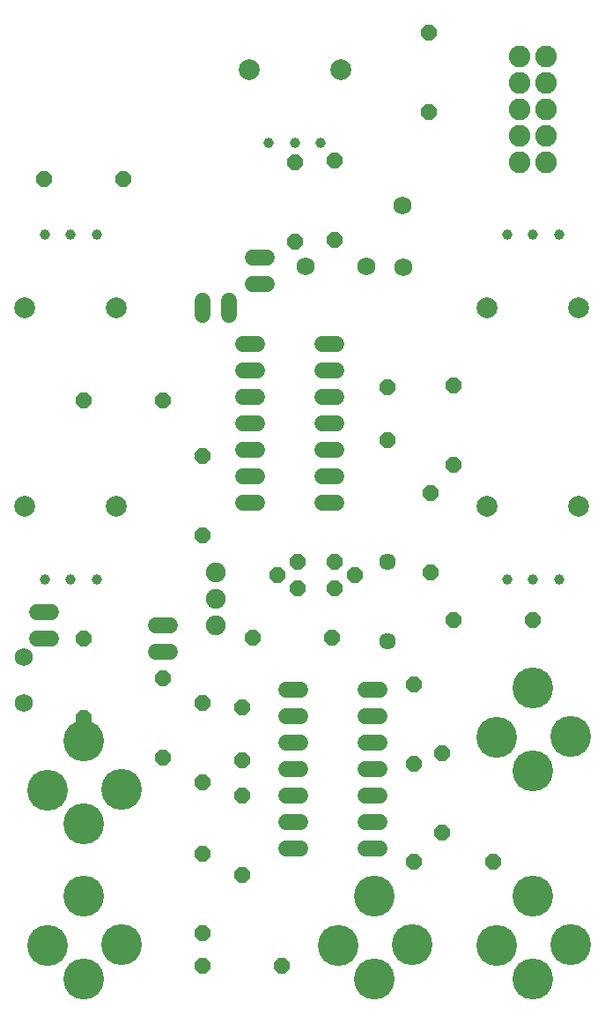
<source format=gbr>
G04 EAGLE Gerber RS-274X export*
G75*
%MOMM*%
%FSLAX34Y34*%
%LPD*%
%INSoldermask Top*%
%IPPOS*%
%AMOC8*
5,1,8,0,0,1.08239X$1,22.5*%
G01*
G04 Define Apertures*
%ADD10P,1.64956X8X292.5*%
%ADD11C,1.611200*%
%ADD12C,1.524000*%
%ADD13C,2.082800*%
%ADD14P,1.64956X8X112.5*%
%ADD15P,1.64956X8X22.5*%
%ADD16P,1.64956X8X202.5*%
%ADD17C,1.903200*%
%ADD18C,2.000000*%
%ADD19C,1.000000*%
%ADD20C,3.919200*%
%ADD21C,1.727200*%
D10*
X393700Y609600D03*
X393700Y558800D03*
X254000Y302332D03*
X254000Y251532D03*
D11*
X393700Y442214D03*
X393700Y366014D03*
D12*
X385566Y167132D02*
X372358Y167132D01*
X372358Y192532D02*
X385566Y192532D01*
X385566Y319532D02*
X372358Y319532D01*
X309366Y319532D02*
X296158Y319532D01*
X372358Y217932D02*
X385566Y217932D01*
X385566Y243332D02*
X372358Y243332D01*
X372358Y294132D02*
X385566Y294132D01*
X385566Y268732D02*
X372358Y268732D01*
X309366Y294132D02*
X296158Y294132D01*
X296158Y268732D02*
X309366Y268732D01*
X309366Y243332D02*
X296158Y243332D01*
X296158Y217932D02*
X309366Y217932D01*
X309366Y192532D02*
X296158Y192532D01*
X296158Y167132D02*
X309366Y167132D01*
X267964Y651002D02*
X254756Y651002D01*
X254756Y625602D02*
X267964Y625602D01*
X267964Y498602D02*
X254756Y498602D01*
X330956Y498602D02*
X344164Y498602D01*
X267964Y600202D02*
X254756Y600202D01*
X254756Y574802D02*
X267964Y574802D01*
X267964Y524002D02*
X254756Y524002D01*
X254756Y549402D02*
X267964Y549402D01*
X330956Y524002D02*
X344164Y524002D01*
X344164Y549402D02*
X330956Y549402D01*
X330956Y574802D02*
X344164Y574802D01*
X344164Y600202D02*
X330956Y600202D01*
X330956Y625602D02*
X344164Y625602D01*
X344164Y651002D02*
X330956Y651002D01*
D13*
X520700Y927100D03*
X546100Y927100D03*
X520700Y901700D03*
X546100Y901700D03*
X520700Y876300D03*
X546100Y876300D03*
X520700Y850900D03*
X546100Y850900D03*
X520700Y825500D03*
X546100Y825500D03*
D14*
X306832Y442468D03*
X287782Y429768D03*
X306832Y417068D03*
D10*
X342900Y416560D03*
X361950Y429260D03*
X342900Y441960D03*
D14*
X433070Y873760D03*
X433070Y949960D03*
X254000Y141732D03*
X254000Y217932D03*
D10*
X215900Y306832D03*
X215900Y230632D03*
X215972Y162049D03*
X215972Y85849D03*
D15*
X215900Y54610D03*
X292100Y54610D03*
D14*
X457200Y535432D03*
X457200Y611632D03*
X445768Y181866D03*
X445768Y258066D03*
D15*
X457200Y386018D03*
X533400Y386018D03*
D14*
X435356Y431546D03*
X435356Y507746D03*
D10*
X418592Y324358D03*
X418592Y248158D03*
D15*
X419100Y154432D03*
X495300Y154432D03*
D14*
X342900Y751332D03*
X342900Y827532D03*
D16*
X139700Y809498D03*
X63500Y809498D03*
D10*
X304800Y825500D03*
X304800Y749300D03*
D15*
X101600Y596900D03*
X177800Y596900D03*
D14*
X177800Y254000D03*
X177800Y330200D03*
X101600Y292100D03*
X101600Y368300D03*
X216154Y467620D03*
X216154Y543820D03*
D17*
X228600Y431800D03*
X228600Y406400D03*
X228600Y381000D03*
D15*
X263906Y369316D03*
X340106Y369316D03*
D18*
X348292Y914400D03*
X260292Y914400D03*
D19*
X329292Y844400D03*
X304292Y844400D03*
X279292Y844400D03*
D18*
X44900Y685800D03*
X132900Y685800D03*
D19*
X63900Y755800D03*
X88900Y755800D03*
X113900Y755800D03*
D18*
X132900Y495300D03*
X44900Y495300D03*
D19*
X113900Y425300D03*
X88900Y425300D03*
X63900Y425300D03*
D18*
X489400Y685800D03*
X577400Y685800D03*
D19*
X508400Y755800D03*
X533400Y755800D03*
X558400Y755800D03*
D18*
X577400Y495300D03*
X489400Y495300D03*
D19*
X558400Y425300D03*
X533400Y425300D03*
X508400Y425300D03*
D20*
X137600Y74440D03*
X101600Y41440D03*
X66600Y73440D03*
X101600Y121440D03*
X137600Y223600D03*
X101600Y190600D03*
X66600Y222600D03*
X101600Y270600D03*
X569400Y274400D03*
X533400Y241400D03*
X498400Y273400D03*
X533400Y321400D03*
X417000Y74440D03*
X381000Y41440D03*
X346000Y73440D03*
X381000Y121440D03*
X569400Y74440D03*
X533400Y41440D03*
X498400Y73440D03*
X533400Y121440D03*
D12*
X277368Y734060D02*
X264160Y734060D01*
X264160Y708660D02*
X277368Y708660D01*
X215900Y692404D02*
X215900Y679196D01*
X241300Y679196D02*
X241300Y692404D01*
X184404Y355600D02*
X171196Y355600D01*
X171196Y381000D02*
X184404Y381000D01*
X70104Y368300D02*
X56896Y368300D01*
X56896Y393700D02*
X70104Y393700D01*
D21*
X408178Y783844D03*
X408940Y725170D03*
X373126Y725678D03*
X314452Y725932D03*
X43942Y306578D03*
X43942Y351028D03*
M02*

</source>
